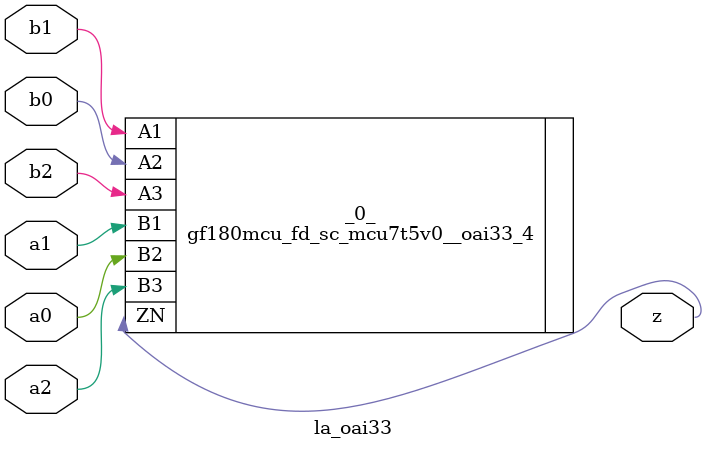
<source format=v>

/* Generated by Yosys 0.44 (git sha1 80ba43d26, g++ 11.4.0-1ubuntu1~22.04 -fPIC -O3) */

(* top =  1  *)
(* src = "generated" *)
(* keep_hierarchy *)
module la_oai33 (
    a0,
    a1,
    a2,
    b0,
    b1,
    b2,
    z
);
  (* src = "generated" *)
  input a0;
  wire a0;
  (* src = "generated" *)
  input a1;
  wire a1;
  (* src = "generated" *)
  input a2;
  wire a2;
  (* src = "generated" *)
  input b0;
  wire b0;
  (* src = "generated" *)
  input b1;
  wire b1;
  (* src = "generated" *)
  input b2;
  wire b2;
  (* src = "generated" *)
  output z;
  wire z;
  gf180mcu_fd_sc_mcu7t5v0__oai33_4 _0_ (
      .A1(b1),
      .A2(b0),
      .A3(b2),
      .B1(a1),
      .B2(a0),
      .B3(a2),
      .ZN(z)
  );
endmodule

</source>
